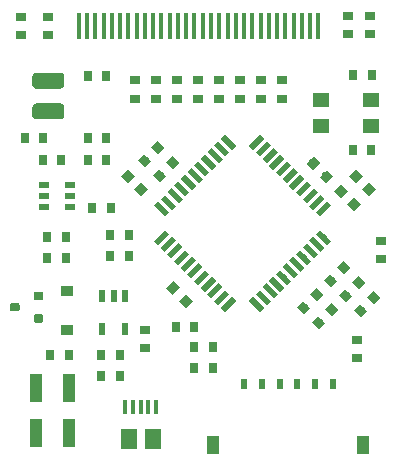
<source format=gtp>
G04 #@! TF.GenerationSoftware,KiCad,Pcbnew,5.0.2+dfsg1-1*
G04 #@! TF.CreationDate,2020-01-14T17:08:53+01:00*
G04 #@! TF.ProjectId,xling,786c696e-672e-46b6-9963-61645f706362,3.2*
G04 #@! TF.SameCoordinates,Original*
G04 #@! TF.FileFunction,Paste,Top*
G04 #@! TF.FilePolarity,Positive*
%FSLAX46Y46*%
G04 Gerber Fmt 4.6, Leading zero omitted, Abs format (unit mm)*
G04 Created by KiCad (PCBNEW 5.0.2+dfsg1-1) date Tue 14 Jan 2020 17:08:53 CET*
%MOMM*%
%LPD*%
G01*
G04 APERTURE LIST*
%ADD10R,0.315000X2.250000*%
%ADD11C,0.100000*%
%ADD12C,1.350000*%
%ADD13R,1.440000X1.260000*%
%ADD14R,1.125000X2.385000*%
%ADD15R,1.080000X0.810000*%
%ADD16C,0.787500*%
%ADD17R,0.855000X0.787500*%
%ADD18R,0.787500X0.855000*%
%ADD19C,0.495000*%
%ADD20R,1.125000X1.620000*%
%ADD21R,0.540000X0.900000*%
%ADD22R,1.350000X1.710000*%
%ADD23R,0.360000X1.215000*%
%ADD24C,0.720000*%
%ADD25R,0.540000X0.990000*%
%ADD26R,0.900000X0.630000*%
G04 APERTURE END LIST*
D10*
G04 #@! TO.C,U1*
X79132000Y-49310000D03*
X79832000Y-49310000D03*
X72832000Y-49310000D03*
X77732000Y-49310000D03*
X78432000Y-49310000D03*
X77032000Y-49310000D03*
X76332000Y-49310000D03*
X75632000Y-49310000D03*
X74932000Y-49310000D03*
X74232000Y-49310000D03*
X73532000Y-49310000D03*
X72132000Y-49310000D03*
X71432000Y-49310000D03*
X70732000Y-49310000D03*
X70032000Y-49310000D03*
X69332000Y-49310000D03*
X67932000Y-49310000D03*
X68632000Y-49310000D03*
X67232000Y-49310000D03*
X66532000Y-49310000D03*
X65832000Y-49310000D03*
X65132000Y-49310000D03*
X64432000Y-49310000D03*
X63732000Y-49310000D03*
X63032000Y-49310000D03*
X62332000Y-49310000D03*
X61632000Y-49310000D03*
X60932000Y-49310000D03*
X60232000Y-49310000D03*
X59532000Y-49310000D03*
G04 #@! TD*
D11*
G04 #@! TO.C,J3*
G36*
X58005081Y-53305125D02*
X58037843Y-53309985D01*
X58069971Y-53318033D01*
X58101156Y-53329191D01*
X58131096Y-53343352D01*
X58159505Y-53360379D01*
X58186108Y-53380109D01*
X58210649Y-53402351D01*
X58232891Y-53426892D01*
X58252621Y-53453495D01*
X58269648Y-53481904D01*
X58283809Y-53511844D01*
X58294967Y-53543029D01*
X58303015Y-53575157D01*
X58307875Y-53607919D01*
X58309500Y-53641000D01*
X58309500Y-54316000D01*
X58307875Y-54349081D01*
X58303015Y-54381843D01*
X58294967Y-54413971D01*
X58283809Y-54445156D01*
X58269648Y-54475096D01*
X58252621Y-54503505D01*
X58232891Y-54530108D01*
X58210649Y-54554649D01*
X58186108Y-54576891D01*
X58159505Y-54596621D01*
X58131096Y-54613648D01*
X58101156Y-54627809D01*
X58069971Y-54638967D01*
X58037843Y-54647015D01*
X58005081Y-54651875D01*
X57972000Y-54653500D01*
X55947000Y-54653500D01*
X55913919Y-54651875D01*
X55881157Y-54647015D01*
X55849029Y-54638967D01*
X55817844Y-54627809D01*
X55787904Y-54613648D01*
X55759495Y-54596621D01*
X55732892Y-54576891D01*
X55708351Y-54554649D01*
X55686109Y-54530108D01*
X55666379Y-54503505D01*
X55649352Y-54475096D01*
X55635191Y-54445156D01*
X55624033Y-54413971D01*
X55615985Y-54381843D01*
X55611125Y-54349081D01*
X55609500Y-54316000D01*
X55609500Y-53641000D01*
X55611125Y-53607919D01*
X55615985Y-53575157D01*
X55624033Y-53543029D01*
X55635191Y-53511844D01*
X55649352Y-53481904D01*
X55666379Y-53453495D01*
X55686109Y-53426892D01*
X55708351Y-53402351D01*
X55732892Y-53380109D01*
X55759495Y-53360379D01*
X55787904Y-53343352D01*
X55817844Y-53329191D01*
X55849029Y-53318033D01*
X55881157Y-53309985D01*
X55913919Y-53305125D01*
X55947000Y-53303500D01*
X57972000Y-53303500D01*
X58005081Y-53305125D01*
X58005081Y-53305125D01*
G37*
D12*
X56959500Y-53978500D03*
D11*
G36*
X58005081Y-55905125D02*
X58037843Y-55909985D01*
X58069971Y-55918033D01*
X58101156Y-55929191D01*
X58131096Y-55943352D01*
X58159505Y-55960379D01*
X58186108Y-55980109D01*
X58210649Y-56002351D01*
X58232891Y-56026892D01*
X58252621Y-56053495D01*
X58269648Y-56081904D01*
X58283809Y-56111844D01*
X58294967Y-56143029D01*
X58303015Y-56175157D01*
X58307875Y-56207919D01*
X58309500Y-56241000D01*
X58309500Y-56916000D01*
X58307875Y-56949081D01*
X58303015Y-56981843D01*
X58294967Y-57013971D01*
X58283809Y-57045156D01*
X58269648Y-57075096D01*
X58252621Y-57103505D01*
X58232891Y-57130108D01*
X58210649Y-57154649D01*
X58186108Y-57176891D01*
X58159505Y-57196621D01*
X58131096Y-57213648D01*
X58101156Y-57227809D01*
X58069971Y-57238967D01*
X58037843Y-57247015D01*
X58005081Y-57251875D01*
X57972000Y-57253500D01*
X55947000Y-57253500D01*
X55913919Y-57251875D01*
X55881157Y-57247015D01*
X55849029Y-57238967D01*
X55817844Y-57227809D01*
X55787904Y-57213648D01*
X55759495Y-57196621D01*
X55732892Y-57176891D01*
X55708351Y-57154649D01*
X55686109Y-57130108D01*
X55666379Y-57103505D01*
X55649352Y-57075096D01*
X55635191Y-57045156D01*
X55624033Y-57013971D01*
X55615985Y-56981843D01*
X55611125Y-56949081D01*
X55609500Y-56916000D01*
X55609500Y-56241000D01*
X55611125Y-56207919D01*
X55615985Y-56175157D01*
X55624033Y-56143029D01*
X55635191Y-56111844D01*
X55649352Y-56081904D01*
X55666379Y-56053495D01*
X55686109Y-56026892D01*
X55708351Y-56002351D01*
X55732892Y-55980109D01*
X55759495Y-55960379D01*
X55787904Y-55943352D01*
X55817844Y-55929191D01*
X55849029Y-55918033D01*
X55881157Y-55909985D01*
X55913919Y-55905125D01*
X55947000Y-55903500D01*
X57972000Y-55903500D01*
X58005081Y-55905125D01*
X58005081Y-55905125D01*
G37*
D12*
X56959500Y-56578500D03*
G04 #@! TD*
D13*
G04 #@! TO.C,Y1*
X84242000Y-55642000D03*
X80042000Y-55642000D03*
X80042000Y-57842000D03*
X84242000Y-57842000D03*
G04 #@! TD*
D14*
G04 #@! TO.C,L1*
X55877000Y-80010000D03*
X58677000Y-80010000D03*
G04 #@! TD*
G04 #@! TO.C,L2*
X58677000Y-83820000D03*
X55877000Y-83820000D03*
G04 #@! TD*
D15*
G04 #@! TO.C,D1*
X58547000Y-75056000D03*
X58547000Y-71756000D03*
G04 #@! TD*
D16*
G04 #@! TO.C,C1*
X65102153Y-60754847D03*
D11*
G36*
X65078288Y-60174136D02*
X65682864Y-60778712D01*
X65126018Y-61335558D01*
X64521442Y-60730982D01*
X65078288Y-60174136D01*
X65078288Y-60174136D01*
G37*
D16*
X66215847Y-59641153D03*
D11*
G36*
X66191982Y-59060442D02*
X66796558Y-59665018D01*
X66239712Y-60221864D01*
X65635136Y-59617288D01*
X66191982Y-59060442D01*
X66191982Y-59060442D01*
G37*
G04 #@! TD*
D17*
G04 #@! TO.C,C2*
X82296000Y-50063500D03*
X82296000Y-48488500D03*
G04 #@! TD*
D16*
G04 #@! TO.C,C3*
X68628847Y-72629347D03*
D11*
G36*
X68048136Y-72653212D02*
X68652712Y-72048636D01*
X69209558Y-72605482D01*
X68604982Y-73210058D01*
X68048136Y-72653212D01*
X68048136Y-72653212D01*
G37*
D16*
X67515153Y-71515653D03*
D11*
G36*
X66934442Y-71539518D02*
X67539018Y-70934942D01*
X68095864Y-71491788D01*
X67491288Y-72096364D01*
X66934442Y-71539518D01*
X66934442Y-71539518D01*
G37*
G04 #@! TD*
D18*
G04 #@! TO.C,C5*
X82715000Y-59817000D03*
X84290000Y-59817000D03*
G04 #@! TD*
G04 #@! TO.C,C6*
X84353500Y-53467000D03*
X82778500Y-53467000D03*
G04 #@! TD*
D16*
G04 #@! TO.C,C7*
X66372153Y-62024847D03*
D11*
G36*
X66348288Y-61444136D02*
X66952864Y-62048712D01*
X66396018Y-62605558D01*
X65791442Y-62000982D01*
X66348288Y-61444136D01*
X66348288Y-61444136D01*
G37*
D16*
X67485847Y-60911153D03*
D11*
G36*
X67461982Y-60330442D02*
X68066558Y-60935018D01*
X67509712Y-61491864D01*
X66905136Y-60887288D01*
X67461982Y-60330442D01*
X67461982Y-60330442D01*
G37*
G04 #@! TD*
D17*
G04 #@! TO.C,C8*
X56959500Y-48552000D03*
X56959500Y-50127000D03*
G04 #@! TD*
G04 #@! TO.C,C9*
X54610000Y-48552000D03*
X54610000Y-50127000D03*
G04 #@! TD*
D16*
G04 #@! TO.C,C10*
X80503347Y-62088347D03*
D11*
G36*
X79922636Y-62112212D02*
X80527212Y-61507636D01*
X81084058Y-62064482D01*
X80479482Y-62669058D01*
X79922636Y-62112212D01*
X79922636Y-62112212D01*
G37*
D16*
X79389653Y-60974653D03*
D11*
G36*
X78808942Y-60998518D02*
X79413518Y-60393942D01*
X79970364Y-60950788D01*
X79365788Y-61555364D01*
X78808942Y-60998518D01*
X78808942Y-60998518D01*
G37*
G04 #@! TD*
D17*
G04 #@! TO.C,C11*
X84201000Y-50063500D03*
X84201000Y-48488500D03*
G04 #@! TD*
G04 #@! TO.C,C12*
X83058000Y-75920500D03*
X83058000Y-77495500D03*
G04 #@! TD*
D16*
G04 #@! TO.C,C13*
X82852847Y-64437847D03*
D11*
G36*
X82272136Y-64461712D02*
X82876712Y-63857136D01*
X83433558Y-64413982D01*
X82828982Y-65018558D01*
X82272136Y-64461712D01*
X82272136Y-64461712D01*
G37*
D16*
X81739153Y-63324153D03*
D11*
G36*
X81158442Y-63348018D02*
X81763018Y-62743442D01*
X82319864Y-63300288D01*
X81715288Y-63904864D01*
X81158442Y-63348018D01*
X81158442Y-63348018D01*
G37*
G04 #@! TD*
D17*
G04 #@! TO.C,C14*
X85090000Y-67538500D03*
X85090000Y-69113500D03*
G04 #@! TD*
D18*
G04 #@! TO.C,C15*
X69316500Y-78333600D03*
X70891500Y-78333600D03*
G04 #@! TD*
G04 #@! TO.C,C16*
X60299500Y-60706000D03*
X61874500Y-60706000D03*
G04 #@! TD*
G04 #@! TO.C,C17*
X56540500Y-58864500D03*
X54965500Y-58864500D03*
G04 #@! TD*
G04 #@! TO.C,C18*
X57124500Y-77216000D03*
X58699500Y-77216000D03*
G04 #@! TD*
G04 #@! TO.C,C19*
X56870500Y-68961000D03*
X58445500Y-68961000D03*
G04 #@! TD*
G04 #@! TO.C,C20*
X61442500Y-78994000D03*
X63017500Y-78994000D03*
G04 #@! TD*
D16*
G04 #@! TO.C,C22*
X64818847Y-63167847D03*
D11*
G36*
X64238136Y-63191712D02*
X64842712Y-62587136D01*
X65399558Y-63143982D01*
X64794982Y-63748558D01*
X64238136Y-63191712D01*
X64238136Y-63191712D01*
G37*
D16*
X63705153Y-62054153D03*
D11*
G36*
X63124442Y-62078018D02*
X63729018Y-61473442D01*
X64285864Y-62030288D01*
X63681288Y-62634864D01*
X63124442Y-62078018D01*
X63124442Y-62078018D01*
G37*
G04 #@! TD*
D17*
G04 #@! TO.C,R1*
X67818000Y-53949500D03*
X67818000Y-55524500D03*
G04 #@! TD*
G04 #@! TO.C,R2*
X66040000Y-53949500D03*
X66040000Y-55524500D03*
G04 #@! TD*
D16*
G04 #@! TO.C,R3*
X78564153Y-73200847D03*
D11*
G36*
X78540288Y-72620136D02*
X79144864Y-73224712D01*
X78588018Y-73781558D01*
X77983442Y-73176982D01*
X78540288Y-72620136D01*
X78540288Y-72620136D01*
G37*
D16*
X79677847Y-72087153D03*
D11*
G36*
X79653982Y-71506442D02*
X80258558Y-72111018D01*
X79701712Y-72667864D01*
X79097136Y-72063288D01*
X79653982Y-71506442D01*
X79653982Y-71506442D01*
G37*
G04 #@! TD*
D17*
G04 #@! TO.C,R4*
X76708000Y-53949500D03*
X76708000Y-55524500D03*
G04 #@! TD*
D16*
G04 #@! TO.C,R5*
X82120153Y-72184847D03*
D11*
G36*
X82096288Y-71604136D02*
X82700864Y-72208712D01*
X82144018Y-72765558D01*
X81539442Y-72160982D01*
X82096288Y-71604136D01*
X82096288Y-71604136D01*
G37*
D16*
X83233847Y-71071153D03*
D11*
G36*
X83209982Y-70490442D02*
X83814558Y-71095018D01*
X83257712Y-71651864D01*
X82653136Y-71047288D01*
X83209982Y-70490442D01*
X83209982Y-70490442D01*
G37*
G04 #@! TD*
D16*
G04 #@! TO.C,R6*
X79834153Y-74470847D03*
D11*
G36*
X79810288Y-73890136D02*
X80414864Y-74494712D01*
X79858018Y-75051558D01*
X79253442Y-74446982D01*
X79810288Y-73890136D01*
X79810288Y-73890136D01*
G37*
D16*
X80947847Y-73357153D03*
D11*
G36*
X80923982Y-72776442D02*
X81528558Y-73381018D01*
X80971712Y-73937864D01*
X80367136Y-73333288D01*
X80923982Y-72776442D01*
X80923982Y-72776442D01*
G37*
G04 #@! TD*
D18*
G04 #@! TO.C,R7*
X67741700Y-74828400D03*
X69316700Y-74828400D03*
G04 #@! TD*
D16*
G04 #@! TO.C,R8*
X84122847Y-63167847D03*
D11*
G36*
X83542136Y-63191712D02*
X84146712Y-62587136D01*
X84703558Y-63143982D01*
X84098982Y-63748558D01*
X83542136Y-63191712D01*
X83542136Y-63191712D01*
G37*
D16*
X83009153Y-62054153D03*
D11*
G36*
X82428442Y-62078018D02*
X83033018Y-61473442D01*
X83589864Y-62030288D01*
X82985288Y-62634864D01*
X82428442Y-62078018D01*
X82428442Y-62078018D01*
G37*
G04 #@! TD*
D16*
G04 #@! TO.C,R9*
X83390153Y-73454847D03*
D11*
G36*
X83366288Y-72874136D02*
X83970864Y-73478712D01*
X83414018Y-74035558D01*
X82809442Y-73430982D01*
X83366288Y-72874136D01*
X83366288Y-72874136D01*
G37*
D16*
X84503847Y-72341153D03*
D11*
G36*
X84479982Y-71760442D02*
X85084558Y-72365018D01*
X84527712Y-72921864D01*
X83923136Y-72317288D01*
X84479982Y-71760442D01*
X84479982Y-71760442D01*
G37*
G04 #@! TD*
D18*
G04 #@! TO.C,R10*
X69316500Y-76555600D03*
X70891500Y-76555600D03*
G04 #@! TD*
G04 #@! TO.C,R11*
X58445500Y-67183000D03*
X56870500Y-67183000D03*
G04 #@! TD*
G04 #@! TO.C,R12*
X61874500Y-58801000D03*
X60299500Y-58801000D03*
G04 #@! TD*
G04 #@! TO.C,R13*
X60680500Y-64770000D03*
X62255500Y-64770000D03*
G04 #@! TD*
G04 #@! TO.C,R14*
X62204500Y-68834000D03*
X63779500Y-68834000D03*
G04 #@! TD*
G04 #@! TO.C,R15*
X63017500Y-77216000D03*
X61442500Y-77216000D03*
G04 #@! TD*
D17*
G04 #@! TO.C,R16*
X65125600Y-76631900D03*
X65125600Y-75056900D03*
G04 #@! TD*
D18*
G04 #@! TO.C,R17*
X62204500Y-67056000D03*
X63779500Y-67056000D03*
G04 #@! TD*
G04 #@! TO.C,R18*
X58064500Y-60706000D03*
X56489500Y-60706000D03*
G04 #@! TD*
D17*
G04 #@! TO.C,R19*
X71374000Y-53949500D03*
X71374000Y-55524500D03*
G04 #@! TD*
G04 #@! TO.C,R20*
X74930000Y-53949500D03*
X74930000Y-55524500D03*
G04 #@! TD*
D19*
G04 #@! TO.C,U2*
X72203918Y-72898936D03*
D11*
G36*
X72506206Y-72246630D02*
X72856224Y-72596648D01*
X71901630Y-73551242D01*
X71551612Y-73201224D01*
X72506206Y-72246630D01*
X72506206Y-72246630D01*
G37*
D19*
X71638233Y-72333250D03*
D11*
G36*
X71940521Y-71680944D02*
X72290539Y-72030962D01*
X71335945Y-72985556D01*
X70985927Y-72635538D01*
X71940521Y-71680944D01*
X71940521Y-71680944D01*
G37*
D19*
X71072548Y-71767565D03*
D11*
G36*
X71374836Y-71115259D02*
X71724854Y-71465277D01*
X70770260Y-72419871D01*
X70420242Y-72069853D01*
X71374836Y-71115259D01*
X71374836Y-71115259D01*
G37*
D19*
X70506862Y-71201880D03*
D11*
G36*
X70809150Y-70549574D02*
X71159168Y-70899592D01*
X70204574Y-71854186D01*
X69854556Y-71504168D01*
X70809150Y-70549574D01*
X70809150Y-70549574D01*
G37*
D19*
X69941177Y-70636194D03*
D11*
G36*
X70243465Y-69983888D02*
X70593483Y-70333906D01*
X69638889Y-71288500D01*
X69288871Y-70938482D01*
X70243465Y-69983888D01*
X70243465Y-69983888D01*
G37*
D19*
X69375491Y-70070509D03*
D11*
G36*
X69677779Y-69418203D02*
X70027797Y-69768221D01*
X69073203Y-70722815D01*
X68723185Y-70372797D01*
X69677779Y-69418203D01*
X69677779Y-69418203D01*
G37*
D19*
X68809806Y-69504823D03*
D11*
G36*
X69112094Y-68852517D02*
X69462112Y-69202535D01*
X68507518Y-70157129D01*
X68157500Y-69807111D01*
X69112094Y-68852517D01*
X69112094Y-68852517D01*
G37*
D19*
X68244120Y-68939138D03*
D11*
G36*
X68546408Y-68286832D02*
X68896426Y-68636850D01*
X67941832Y-69591444D01*
X67591814Y-69241426D01*
X68546408Y-68286832D01*
X68546408Y-68286832D01*
G37*
D19*
X67678435Y-68373452D03*
D11*
G36*
X67980723Y-67721146D02*
X68330741Y-68071164D01*
X67376147Y-69025758D01*
X67026129Y-68675740D01*
X67980723Y-67721146D01*
X67980723Y-67721146D01*
G37*
D19*
X67112750Y-67807767D03*
D11*
G36*
X67415038Y-67155461D02*
X67765056Y-67505479D01*
X66810462Y-68460073D01*
X66460444Y-68110055D01*
X67415038Y-67155461D01*
X67415038Y-67155461D01*
G37*
D19*
X66547064Y-67242082D03*
D11*
G36*
X66849352Y-66589776D02*
X67199370Y-66939794D01*
X66244776Y-67894388D01*
X65894758Y-67544370D01*
X66849352Y-66589776D01*
X66849352Y-66589776D01*
G37*
D19*
X66547064Y-64837918D03*
D11*
G36*
X67199370Y-65140206D02*
X66849352Y-65490224D01*
X65894758Y-64535630D01*
X66244776Y-64185612D01*
X67199370Y-65140206D01*
X67199370Y-65140206D01*
G37*
D19*
X67112750Y-64272233D03*
D11*
G36*
X67765056Y-64574521D02*
X67415038Y-64924539D01*
X66460444Y-63969945D01*
X66810462Y-63619927D01*
X67765056Y-64574521D01*
X67765056Y-64574521D01*
G37*
D19*
X67678435Y-63706548D03*
D11*
G36*
X68330741Y-64008836D02*
X67980723Y-64358854D01*
X67026129Y-63404260D01*
X67376147Y-63054242D01*
X68330741Y-64008836D01*
X68330741Y-64008836D01*
G37*
D19*
X68244120Y-63140862D03*
D11*
G36*
X68896426Y-63443150D02*
X68546408Y-63793168D01*
X67591814Y-62838574D01*
X67941832Y-62488556D01*
X68896426Y-63443150D01*
X68896426Y-63443150D01*
G37*
D19*
X68809806Y-62575177D03*
D11*
G36*
X69462112Y-62877465D02*
X69112094Y-63227483D01*
X68157500Y-62272889D01*
X68507518Y-61922871D01*
X69462112Y-62877465D01*
X69462112Y-62877465D01*
G37*
D19*
X69375491Y-62009491D03*
D11*
G36*
X70027797Y-62311779D02*
X69677779Y-62661797D01*
X68723185Y-61707203D01*
X69073203Y-61357185D01*
X70027797Y-62311779D01*
X70027797Y-62311779D01*
G37*
D19*
X69941177Y-61443806D03*
D11*
G36*
X70593483Y-61746094D02*
X70243465Y-62096112D01*
X69288871Y-61141518D01*
X69638889Y-60791500D01*
X70593483Y-61746094D01*
X70593483Y-61746094D01*
G37*
D19*
X70506862Y-60878120D03*
D11*
G36*
X71159168Y-61180408D02*
X70809150Y-61530426D01*
X69854556Y-60575832D01*
X70204574Y-60225814D01*
X71159168Y-61180408D01*
X71159168Y-61180408D01*
G37*
D19*
X71072548Y-60312435D03*
D11*
G36*
X71724854Y-60614723D02*
X71374836Y-60964741D01*
X70420242Y-60010147D01*
X70770260Y-59660129D01*
X71724854Y-60614723D01*
X71724854Y-60614723D01*
G37*
D19*
X71638233Y-59746750D03*
D11*
G36*
X72290539Y-60049038D02*
X71940521Y-60399056D01*
X70985927Y-59444462D01*
X71335945Y-59094444D01*
X72290539Y-60049038D01*
X72290539Y-60049038D01*
G37*
D19*
X72203918Y-59181064D03*
D11*
G36*
X72856224Y-59483352D02*
X72506206Y-59833370D01*
X71551612Y-58878776D01*
X71901630Y-58528758D01*
X72856224Y-59483352D01*
X72856224Y-59483352D01*
G37*
D19*
X74608082Y-59181064D03*
D11*
G36*
X74910370Y-58528758D02*
X75260388Y-58878776D01*
X74305794Y-59833370D01*
X73955776Y-59483352D01*
X74910370Y-58528758D01*
X74910370Y-58528758D01*
G37*
D19*
X75173767Y-59746750D03*
D11*
G36*
X75476055Y-59094444D02*
X75826073Y-59444462D01*
X74871479Y-60399056D01*
X74521461Y-60049038D01*
X75476055Y-59094444D01*
X75476055Y-59094444D01*
G37*
D19*
X75739452Y-60312435D03*
D11*
G36*
X76041740Y-59660129D02*
X76391758Y-60010147D01*
X75437164Y-60964741D01*
X75087146Y-60614723D01*
X76041740Y-59660129D01*
X76041740Y-59660129D01*
G37*
D19*
X76305138Y-60878120D03*
D11*
G36*
X76607426Y-60225814D02*
X76957444Y-60575832D01*
X76002850Y-61530426D01*
X75652832Y-61180408D01*
X76607426Y-60225814D01*
X76607426Y-60225814D01*
G37*
D19*
X76870823Y-61443806D03*
D11*
G36*
X77173111Y-60791500D02*
X77523129Y-61141518D01*
X76568535Y-62096112D01*
X76218517Y-61746094D01*
X77173111Y-60791500D01*
X77173111Y-60791500D01*
G37*
D19*
X77436509Y-62009491D03*
D11*
G36*
X77738797Y-61357185D02*
X78088815Y-61707203D01*
X77134221Y-62661797D01*
X76784203Y-62311779D01*
X77738797Y-61357185D01*
X77738797Y-61357185D01*
G37*
D19*
X78002194Y-62575177D03*
D11*
G36*
X78304482Y-61922871D02*
X78654500Y-62272889D01*
X77699906Y-63227483D01*
X77349888Y-62877465D01*
X78304482Y-61922871D01*
X78304482Y-61922871D01*
G37*
D19*
X78567880Y-63140862D03*
D11*
G36*
X78870168Y-62488556D02*
X79220186Y-62838574D01*
X78265592Y-63793168D01*
X77915574Y-63443150D01*
X78870168Y-62488556D01*
X78870168Y-62488556D01*
G37*
D19*
X79133565Y-63706548D03*
D11*
G36*
X79435853Y-63054242D02*
X79785871Y-63404260D01*
X78831277Y-64358854D01*
X78481259Y-64008836D01*
X79435853Y-63054242D01*
X79435853Y-63054242D01*
G37*
D19*
X79699250Y-64272233D03*
D11*
G36*
X80001538Y-63619927D02*
X80351556Y-63969945D01*
X79396962Y-64924539D01*
X79046944Y-64574521D01*
X80001538Y-63619927D01*
X80001538Y-63619927D01*
G37*
D19*
X80264936Y-64837918D03*
D11*
G36*
X80567224Y-64185612D02*
X80917242Y-64535630D01*
X79962648Y-65490224D01*
X79612630Y-65140206D01*
X80567224Y-64185612D01*
X80567224Y-64185612D01*
G37*
D19*
X80264936Y-67242082D03*
D11*
G36*
X80917242Y-67544370D02*
X80567224Y-67894388D01*
X79612630Y-66939794D01*
X79962648Y-66589776D01*
X80917242Y-67544370D01*
X80917242Y-67544370D01*
G37*
D19*
X79699250Y-67807767D03*
D11*
G36*
X80351556Y-68110055D02*
X80001538Y-68460073D01*
X79046944Y-67505479D01*
X79396962Y-67155461D01*
X80351556Y-68110055D01*
X80351556Y-68110055D01*
G37*
D19*
X79133565Y-68373452D03*
D11*
G36*
X79785871Y-68675740D02*
X79435853Y-69025758D01*
X78481259Y-68071164D01*
X78831277Y-67721146D01*
X79785871Y-68675740D01*
X79785871Y-68675740D01*
G37*
D19*
X78567880Y-68939138D03*
D11*
G36*
X79220186Y-69241426D02*
X78870168Y-69591444D01*
X77915574Y-68636850D01*
X78265592Y-68286832D01*
X79220186Y-69241426D01*
X79220186Y-69241426D01*
G37*
D19*
X78002194Y-69504823D03*
D11*
G36*
X78654500Y-69807111D02*
X78304482Y-70157129D01*
X77349888Y-69202535D01*
X77699906Y-68852517D01*
X78654500Y-69807111D01*
X78654500Y-69807111D01*
G37*
D19*
X77436509Y-70070509D03*
D11*
G36*
X78088815Y-70372797D02*
X77738797Y-70722815D01*
X76784203Y-69768221D01*
X77134221Y-69418203D01*
X78088815Y-70372797D01*
X78088815Y-70372797D01*
G37*
D19*
X76870823Y-70636194D03*
D11*
G36*
X77523129Y-70938482D02*
X77173111Y-71288500D01*
X76218517Y-70333906D01*
X76568535Y-69983888D01*
X77523129Y-70938482D01*
X77523129Y-70938482D01*
G37*
D19*
X76305138Y-71201880D03*
D11*
G36*
X76957444Y-71504168D02*
X76607426Y-71854186D01*
X75652832Y-70899592D01*
X76002850Y-70549574D01*
X76957444Y-71504168D01*
X76957444Y-71504168D01*
G37*
D19*
X75739452Y-71767565D03*
D11*
G36*
X76391758Y-72069853D02*
X76041740Y-72419871D01*
X75087146Y-71465277D01*
X75437164Y-71115259D01*
X76391758Y-72069853D01*
X76391758Y-72069853D01*
G37*
D19*
X75173767Y-72333250D03*
D11*
G36*
X75826073Y-72635538D02*
X75476055Y-72985556D01*
X74521461Y-72030962D01*
X74871479Y-71680944D01*
X75826073Y-72635538D01*
X75826073Y-72635538D01*
G37*
D19*
X74608082Y-72898936D03*
D11*
G36*
X75260388Y-73201224D02*
X74910370Y-73551242D01*
X73955776Y-72596648D01*
X74305794Y-72246630D01*
X75260388Y-73201224D01*
X75260388Y-73201224D01*
G37*
G04 #@! TD*
D20*
G04 #@! TO.C,J1*
X70927000Y-84855000D03*
X83637000Y-84855000D03*
D21*
X73532000Y-79665000D03*
X75032000Y-79665000D03*
X76532000Y-79665000D03*
X78032000Y-79665000D03*
X79532000Y-79665000D03*
X81032000Y-79665000D03*
G04 #@! TD*
D22*
G04 #@! TO.C,J2*
X63782000Y-84347500D03*
D23*
X64782000Y-81647500D03*
X65432000Y-81647500D03*
X66082000Y-81647500D03*
X63482000Y-81647500D03*
X64132000Y-81647500D03*
D22*
X65782000Y-84347500D03*
G04 #@! TD*
D11*
G04 #@! TO.C,Q1*
G36*
X54360643Y-72792867D02*
X54378116Y-72795459D01*
X54395251Y-72799751D01*
X54411883Y-72805702D01*
X54427851Y-72813254D01*
X54443003Y-72822335D01*
X54457191Y-72832858D01*
X54470279Y-72844721D01*
X54482142Y-72857809D01*
X54492665Y-72871997D01*
X54501746Y-72887149D01*
X54509298Y-72903117D01*
X54515249Y-72919749D01*
X54519541Y-72936884D01*
X54522133Y-72954357D01*
X54523000Y-72972000D01*
X54523000Y-73332000D01*
X54522133Y-73349643D01*
X54519541Y-73367116D01*
X54515249Y-73384251D01*
X54509298Y-73400883D01*
X54501746Y-73416851D01*
X54492665Y-73432003D01*
X54482142Y-73446191D01*
X54470279Y-73459279D01*
X54457191Y-73471142D01*
X54443003Y-73481665D01*
X54427851Y-73490746D01*
X54411883Y-73498298D01*
X54395251Y-73504249D01*
X54378116Y-73508541D01*
X54360643Y-73511133D01*
X54343000Y-73512000D01*
X53893000Y-73512000D01*
X53875357Y-73511133D01*
X53857884Y-73508541D01*
X53840749Y-73504249D01*
X53824117Y-73498298D01*
X53808149Y-73490746D01*
X53792997Y-73481665D01*
X53778809Y-73471142D01*
X53765721Y-73459279D01*
X53753858Y-73446191D01*
X53743335Y-73432003D01*
X53734254Y-73416851D01*
X53726702Y-73400883D01*
X53720751Y-73384251D01*
X53716459Y-73367116D01*
X53713867Y-73349643D01*
X53713000Y-73332000D01*
X53713000Y-72972000D01*
X53713867Y-72954357D01*
X53716459Y-72936884D01*
X53720751Y-72919749D01*
X53726702Y-72903117D01*
X53734254Y-72887149D01*
X53743335Y-72871997D01*
X53753858Y-72857809D01*
X53765721Y-72844721D01*
X53778809Y-72832858D01*
X53792997Y-72822335D01*
X53808149Y-72813254D01*
X53824117Y-72805702D01*
X53840749Y-72799751D01*
X53857884Y-72795459D01*
X53875357Y-72792867D01*
X53893000Y-72792000D01*
X54343000Y-72792000D01*
X54360643Y-72792867D01*
X54360643Y-72792867D01*
G37*
D24*
X54118000Y-73152000D03*
D11*
G36*
X56360643Y-71842867D02*
X56378116Y-71845459D01*
X56395251Y-71849751D01*
X56411883Y-71855702D01*
X56427851Y-71863254D01*
X56443003Y-71872335D01*
X56457191Y-71882858D01*
X56470279Y-71894721D01*
X56482142Y-71907809D01*
X56492665Y-71921997D01*
X56501746Y-71937149D01*
X56509298Y-71953117D01*
X56515249Y-71969749D01*
X56519541Y-71986884D01*
X56522133Y-72004357D01*
X56523000Y-72022000D01*
X56523000Y-72382000D01*
X56522133Y-72399643D01*
X56519541Y-72417116D01*
X56515249Y-72434251D01*
X56509298Y-72450883D01*
X56501746Y-72466851D01*
X56492665Y-72482003D01*
X56482142Y-72496191D01*
X56470279Y-72509279D01*
X56457191Y-72521142D01*
X56443003Y-72531665D01*
X56427851Y-72540746D01*
X56411883Y-72548298D01*
X56395251Y-72554249D01*
X56378116Y-72558541D01*
X56360643Y-72561133D01*
X56343000Y-72562000D01*
X55893000Y-72562000D01*
X55875357Y-72561133D01*
X55857884Y-72558541D01*
X55840749Y-72554249D01*
X55824117Y-72548298D01*
X55808149Y-72540746D01*
X55792997Y-72531665D01*
X55778809Y-72521142D01*
X55765721Y-72509279D01*
X55753858Y-72496191D01*
X55743335Y-72482003D01*
X55734254Y-72466851D01*
X55726702Y-72450883D01*
X55720751Y-72434251D01*
X55716459Y-72417116D01*
X55713867Y-72399643D01*
X55713000Y-72382000D01*
X55713000Y-72022000D01*
X55713867Y-72004357D01*
X55716459Y-71986884D01*
X55720751Y-71969749D01*
X55726702Y-71953117D01*
X55734254Y-71937149D01*
X55743335Y-71921997D01*
X55753858Y-71907809D01*
X55765721Y-71894721D01*
X55778809Y-71882858D01*
X55792997Y-71872335D01*
X55808149Y-71863254D01*
X55824117Y-71855702D01*
X55840749Y-71849751D01*
X55857884Y-71845459D01*
X55875357Y-71842867D01*
X55893000Y-71842000D01*
X56343000Y-71842000D01*
X56360643Y-71842867D01*
X56360643Y-71842867D01*
G37*
D24*
X56118000Y-72202000D03*
D11*
G36*
X56360643Y-73742867D02*
X56378116Y-73745459D01*
X56395251Y-73749751D01*
X56411883Y-73755702D01*
X56427851Y-73763254D01*
X56443003Y-73772335D01*
X56457191Y-73782858D01*
X56470279Y-73794721D01*
X56482142Y-73807809D01*
X56492665Y-73821997D01*
X56501746Y-73837149D01*
X56509298Y-73853117D01*
X56515249Y-73869749D01*
X56519541Y-73886884D01*
X56522133Y-73904357D01*
X56523000Y-73922000D01*
X56523000Y-74282000D01*
X56522133Y-74299643D01*
X56519541Y-74317116D01*
X56515249Y-74334251D01*
X56509298Y-74350883D01*
X56501746Y-74366851D01*
X56492665Y-74382003D01*
X56482142Y-74396191D01*
X56470279Y-74409279D01*
X56457191Y-74421142D01*
X56443003Y-74431665D01*
X56427851Y-74440746D01*
X56411883Y-74448298D01*
X56395251Y-74454249D01*
X56378116Y-74458541D01*
X56360643Y-74461133D01*
X56343000Y-74462000D01*
X55893000Y-74462000D01*
X55875357Y-74461133D01*
X55857884Y-74458541D01*
X55840749Y-74454249D01*
X55824117Y-74448298D01*
X55808149Y-74440746D01*
X55792997Y-74431665D01*
X55778809Y-74421142D01*
X55765721Y-74409279D01*
X55753858Y-74396191D01*
X55743335Y-74382003D01*
X55734254Y-74366851D01*
X55726702Y-74350883D01*
X55720751Y-74334251D01*
X55716459Y-74317116D01*
X55713867Y-74299643D01*
X55713000Y-74282000D01*
X55713000Y-73922000D01*
X55713867Y-73904357D01*
X55716459Y-73886884D01*
X55720751Y-73869749D01*
X55726702Y-73853117D01*
X55734254Y-73837149D01*
X55743335Y-73821997D01*
X55753858Y-73807809D01*
X55765721Y-73794721D01*
X55778809Y-73782858D01*
X55792997Y-73772335D01*
X55808149Y-73763254D01*
X55824117Y-73755702D01*
X55840749Y-73749751D01*
X55857884Y-73745459D01*
X55875357Y-73742867D01*
X55893000Y-73742000D01*
X56343000Y-73742000D01*
X56360643Y-73742867D01*
X56360643Y-73742867D01*
G37*
D24*
X56118000Y-74102000D03*
G04 #@! TD*
D25*
G04 #@! TO.C,U3*
X61534000Y-75010000D03*
X61534000Y-72210000D03*
X62484000Y-72210000D03*
X63434000Y-72210000D03*
X63434000Y-75010000D03*
G04 #@! TD*
D26*
G04 #@! TO.C,U4*
X58757500Y-63754000D03*
X58757500Y-62804000D03*
X58757500Y-64704000D03*
X56558500Y-64704000D03*
X56558500Y-63754000D03*
X56558500Y-62804000D03*
G04 #@! TD*
D16*
G04 #@! TO.C,C4*
X80850153Y-70914847D03*
D11*
G36*
X80874018Y-71495558D02*
X80269442Y-70890982D01*
X80826288Y-70334136D01*
X81430864Y-70938712D01*
X80874018Y-71495558D01*
X80874018Y-71495558D01*
G37*
D16*
X81963847Y-69801153D03*
D11*
G36*
X81987712Y-70381864D02*
X81383136Y-69777288D01*
X81939982Y-69220442D01*
X82544558Y-69825018D01*
X81987712Y-70381864D01*
X81987712Y-70381864D01*
G37*
G04 #@! TD*
D18*
G04 #@! TO.C,C21*
X61874500Y-53594000D03*
X60299500Y-53594000D03*
G04 #@! TD*
D17*
G04 #@! TO.C,R21*
X64262000Y-55524500D03*
X64262000Y-53949500D03*
G04 #@! TD*
G04 #@! TO.C,R22*
X73152000Y-53949500D03*
X73152000Y-55524500D03*
G04 #@! TD*
G04 #@! TO.C,R23*
X69596000Y-55524500D03*
X69596000Y-53949500D03*
G04 #@! TD*
M02*

</source>
